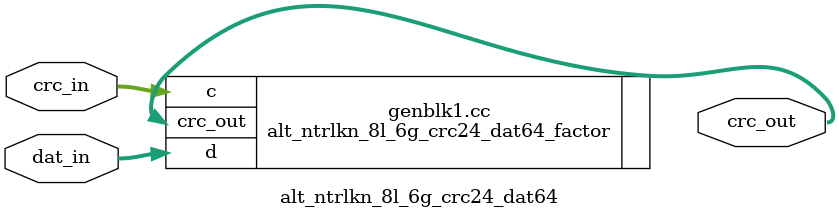
<source format=v>


`timescale 1 ps / 1 ps


module alt_ntrlkn_8l_6g_crc24_dat64 (
	input[23:0] crc_in,
	input[63:0] dat_in,
	output[23:0] crc_out
);

parameter METHOD = 1;

generate
  if (METHOD == 0)
    alt_ntrlkn_8l_6g_crc24_dat64_flat cc (.c(crc_in),.d(dat_in),.crc_out(crc_out));
  else
    alt_ntrlkn_8l_6g_crc24_dat64_factor cc (.c(crc_in),.d(dat_in),.crc_out(crc_out));
endgenerate

endmodule

</source>
